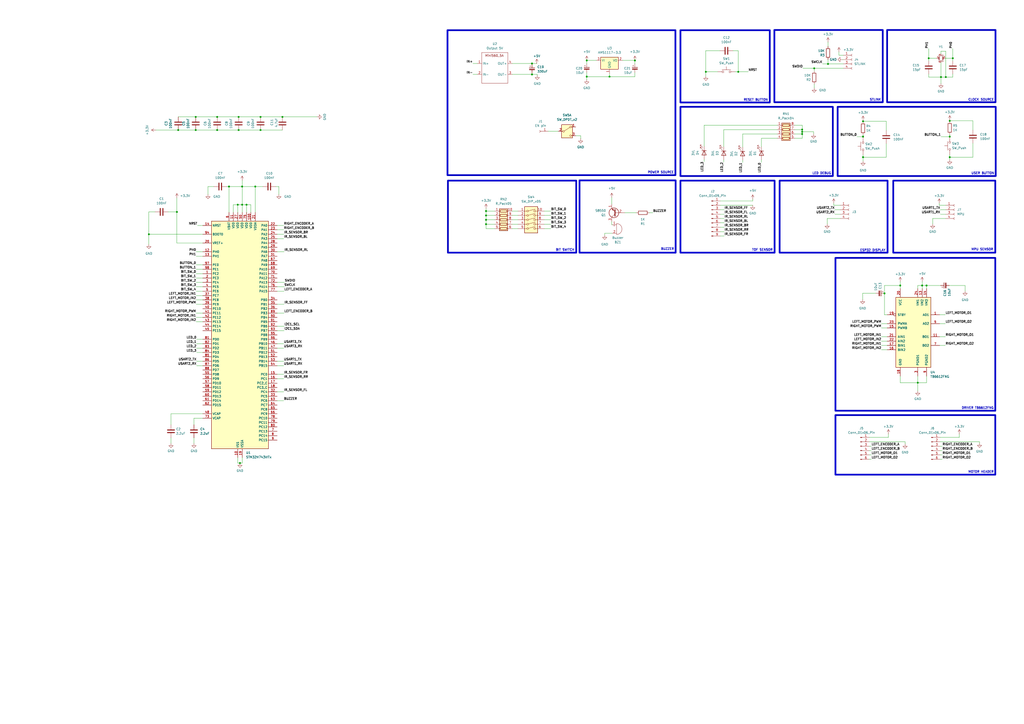
<source format=kicad_sch>
(kicad_sch (version 20231120) (generator "eeschema") (generator_version "8.0")
  (paper "A2")
  (junction (at 113.538 75.438))
  (junction (at 409.448 41.656))
  (junction (at 465.328 76.454))
  (junction (at 151.13 67.818))
  (junction (at 138.43 67.818))
  (junction (at 281.94 124.968))
  (junction (at 86.36 135.89))
  (junction (at 472.313 39.624))
  (junction (at 151.13 75.438))
  (junction (at 480.314 37.084))
  (junction (at 139.192 268.605))
  (junction (at 550.926 79.248))
  (junction (at 500.634 79.248))
  (junction (at 534.924 165.608))
  (junction (at 550.926 70.104))
  (junction (at 103.378 75.438))
  (junction (at 163.83 67.818))
  (junction (at 308.61 36.83))
  (junction (at 148.082 108.204))
  (junction (at 537.464 165.608))
  (junction (at 550.926 91.186))
  (junction (at 532.384 221.996))
  (junction (at 281.94 127.508))
  (junction (at 138.43 75.438))
  (junction (at 545.846 44.704))
  (junction (at 428.244 41.656))
  (junction (at 368.3 35.052))
  (junction (at 308.61 43.18))
  (junction (at 102.616 122.936))
  (junction (at 465.328 75.184))
  (junction (at 538.734 33.782))
  (junction (at 548.64 44.704))
  (junction (at 140.462 118.745))
  (junction (at 281.94 122.428))
  (junction (at 340.36 35.052))
  (junction (at 137.922 118.745))
  (junction (at 281.94 130.048))
  (junction (at 140.462 108.204))
  (junction (at 522.224 165.608))
  (junction (at 125.984 75.438))
  (junction (at 552.704 33.782))
  (junction (at 340.36 44.45))
  (junction (at 500.634 70.358))
  (junction (at 113.538 67.818))
  (junction (at 143.002 118.745))
  (junction (at 513.08 170.18))
  (junction (at 465.328 77.724))
  (junction (at 132.842 108.204))
  (junction (at 500.634 91.186))
  (junction (at 125.984 67.818))
  (junction (at 353.568 44.45))
  (wire (pts (xy 287.02 124.968) (xy 281.94 124.968)))
  (wire (pts (xy 160.782 201.93) (xy 164.592 201.93)))
  (wire (pts (xy 297.18 132.588) (xy 300.482 132.588)))
  (wire (pts (xy 409.321 29.464) (xy 417.576 29.464)))
  (wire (pts (xy 117.602 130.81) (xy 114.554 130.81)))
  (wire (pts (xy 132.842 108.204) (xy 132.842 123.19)))
  (wire (pts (xy 480.314 26.924) (xy 480.314 24.384)))
  (wire (pts (xy 550.926 89.662) (xy 550.926 91.186)))
  (wire (pts (xy 513.08 182.626) (xy 514.604 182.626)))
  (wire (pts (xy 428.244 29.464) (xy 428.244 41.656)))
  (wire (pts (xy 160.782 168.91) (xy 164.846 168.91)))
  (wire (pts (xy 160.782 176.53) (xy 164.846 176.53)))
  (wire (pts (xy 548.64 44.704) (xy 552.704 44.704)))
  (wire (pts (xy 500.634 78.232) (xy 500.634 79.248)))
  (wire (pts (xy 545.084 195.326) (xy 548.386 195.326)))
  (wire (pts (xy 140.462 104.648) (xy 140.462 108.204)))
  (wire (pts (xy 143.002 118.745) (xy 145.542 118.745)))
  (wire (pts (xy 114.046 199.39) (xy 117.602 199.39)))
  (wire (pts (xy 86.36 122.936) (xy 89.916 122.936)))
  (wire (pts (xy 160.782 217.17) (xy 164.592 217.17)))
  (wire (pts (xy 160.782 166.37) (xy 164.846 166.37)))
  (wire (pts (xy 281.94 124.968) (xy 281.94 122.428)))
  (wire (pts (xy 281.94 122.428) (xy 281.94 120.904)))
  (wire (pts (xy 378.714 123.444) (xy 376.682 123.444)))
  (wire (pts (xy 538.734 42.926) (xy 538.734 44.704)))
  (wire (pts (xy 145.542 123.19) (xy 145.542 118.745)))
  (wire (pts (xy 86.36 135.89) (xy 117.602 135.89)))
  (wire (pts (xy 545.338 263.906) (xy 546.608 263.906)))
  (wire (pts (xy 504.19 261.366) (xy 505.46 261.366)))
  (wire (pts (xy 99.187 240.03) (xy 99.187 246.38)))
  (wire (pts (xy 417.83 134.366) (xy 420.116 134.366)))
  (wire (pts (xy 564.388 91.186) (xy 550.926 91.186)))
  (wire (pts (xy 545.846 29.718) (xy 548.64 29.718)))
  (wire (pts (xy 522.224 221.996) (xy 532.384 221.996)))
  (wire (pts (xy 160.782 130.81) (xy 164.592 130.81)))
  (wire (pts (xy 489.204 32.004) (xy 486.664 32.004)))
  (wire (pts (xy 545.084 182.626) (xy 548.386 182.626)))
  (wire (pts (xy 538.734 28.194) (xy 538.734 33.782)))
  (wire (pts (xy 160.782 133.35) (xy 164.592 133.35)))
  (wire (pts (xy 336.804 78.74) (xy 336.804 80.518)))
  (wire (pts (xy 102.616 140.97) (xy 102.616 122.936)))
  (wire (pts (xy 504.19 263.906) (xy 505.46 263.906)))
  (wire (pts (xy 552.704 42.926) (xy 552.704 44.704)))
  (wire (pts (xy 487.426 119.126) (xy 483.616 119.126)))
  (wire (pts (xy 500.38 170.18) (xy 508 170.18)))
  (wire (pts (xy 489.204 37.084) (xy 480.314 37.084)))
  (wire (pts (xy 99.187 254) (xy 99.187 257.175)))
  (wire (pts (xy 511.302 200.406) (xy 514.604 200.406)))
  (wire (pts (xy 123.952 108.204) (xy 120.65 108.204)))
  (wire (pts (xy 113.792 166.37) (xy 117.602 166.37)))
  (wire (pts (xy 160.782 199.39) (xy 164.592 199.39)))
  (wire (pts (xy 138.43 67.818) (xy 151.13 67.818)))
  (wire (pts (xy 151.13 75.438) (xy 163.83 75.438)))
  (wire (pts (xy 504.19 258.826) (xy 505.46 258.826)))
  (wire (pts (xy 441.706 85.09) (xy 441.706 80.264)))
  (wire (pts (xy 368.3 35.052) (xy 368.3 37.084)))
  (wire (pts (xy 532.384 221.996) (xy 532.384 226.822)))
  (wire (pts (xy 441.706 80.264) (xy 450.85 80.264)))
  (wire (pts (xy 103.378 75.438) (xy 113.538 75.438)))
  (wire (pts (xy 486.664 32.004) (xy 486.664 30.099)))
  (wire (pts (xy 552.704 28.194) (xy 552.704 33.782)))
  (wire (pts (xy 417.83 129.286) (xy 420.116 129.286)))
  (wire (pts (xy 318.008 76.2) (xy 323.85 76.2)))
  (wire (pts (xy 117.602 140.97) (xy 102.616 140.97)))
  (wire (pts (xy 297.18 127.508) (xy 300.482 127.508)))
  (wire (pts (xy 297.18 43.18) (xy 308.61 43.18)))
  (wire (pts (xy 113.792 173.99) (xy 117.602 173.99)))
  (wire (pts (xy 545.338 256.286) (xy 568.198 256.286)))
  (wire (pts (xy 461.01 80.264) (xy 465.328 80.264)))
  (wire (pts (xy 113.792 171.45) (xy 117.602 171.45)))
  (wire (pts (xy 117.602 240.03) (xy 99.187 240.03)))
  (wire (pts (xy 465.328 77.724) (xy 465.328 80.264)))
  (wire (pts (xy 513.08 165.608) (xy 513.08 170.18)))
  (wire (pts (xy 461.01 72.644) (xy 465.328 72.644)))
  (wire (pts (xy 497.078 79.248) (xy 500.634 79.248)))
  (wire (pts (xy 308.61 36.83) (xy 308.61 37.338)))
  (wire (pts (xy 545.084 200.406) (xy 548.386 200.406)))
  (wire (pts (xy 160.782 189.23) (xy 164.846 189.23)))
  (wire (pts (xy 534.924 165.608) (xy 534.924 167.386)))
  (wire (pts (xy 436.626 115.57) (xy 436.626 116.586)))
  (wire (pts (xy 125.984 75.438) (xy 138.43 75.438)))
  (wire (pts (xy 426.466 41.656) (xy 428.244 41.656)))
  (wire (pts (xy 425.196 29.464) (xy 428.244 29.464)))
  (wire (pts (xy 564.388 83.058) (xy 564.388 91.186)))
  (wire (pts (xy 114.046 212.09) (xy 117.602 212.09)))
  (wire (pts (xy 537.464 165.608) (xy 545.592 165.608)))
  (wire (pts (xy 408.432 84.836) (xy 408.432 72.644)))
  (wire (pts (xy 163.83 67.818) (xy 183.896 67.818)))
  (wire (pts (xy 297.18 124.968) (xy 300.482 124.968)))
  (wire (pts (xy 319.532 130.048) (xy 315.722 130.048)))
  (wire (pts (xy 97.536 122.936) (xy 102.616 122.936)))
  (wire (pts (xy 548.64 124.206) (xy 545.465 124.206)))
  (wire (pts (xy 545.846 36.322) (xy 545.846 44.704)))
  (wire (pts (xy 409.448 41.656) (xy 416.306 41.656)))
  (wire (pts (xy 281.94 132.588) (xy 281.94 130.048)))
  (wire (pts (xy 137.922 265.43) (xy 137.922 268.605)))
  (wire (pts (xy 151.13 67.818) (xy 163.83 67.818)))
  (wire (pts (xy 114.046 209.55) (xy 117.602 209.55)))
  (wire (pts (xy 148.082 123.19) (xy 148.082 108.204)))
  (wire (pts (xy 548.64 126.746) (xy 541.02 126.746)))
  (wire (pts (xy 514.096 70.358) (xy 500.634 70.358)))
  (wire (pts (xy 137.922 118.745) (xy 137.922 123.19)))
  (wire (pts (xy 537.464 218.186) (xy 537.464 221.996)))
  (wire (pts (xy 487.426 121.666) (xy 484.251 121.666)))
  (wire (pts (xy 350.774 135.382) (xy 355.092 135.382)))
  (wire (pts (xy 465.328 75.184) (xy 465.328 76.454)))
  (wire (pts (xy 472.313 39.624) (xy 472.313 41.148)))
  (wire (pts (xy 368.3 42.164) (xy 368.3 44.45)))
  (wire (pts (xy 353.568 42.672) (xy 353.568 44.45)))
  (wire (pts (xy 541.02 126.746) (xy 541.02 129.921)))
  (wire (pts (xy 114.046 204.47) (xy 117.602 204.47)))
  (wire (pts (xy 138.43 75.438) (xy 151.13 75.438)))
  (wire (pts (xy 161.798 108.204) (xy 161.798 112.776)))
  (wire (pts (xy 479.806 126.746) (xy 479.806 129.921)))
  (wire (pts (xy 368.3 44.45) (xy 353.568 44.45)))
  (wire (pts (xy 125.984 67.818) (xy 138.43 67.818)))
  (wire (pts (xy 545.338 258.826) (xy 546.608 258.826)))
  (wire (pts (xy 511.302 197.866) (xy 514.604 197.866)))
  (wire (pts (xy 545.338 261.366) (xy 546.608 261.366)))
  (wire (pts (xy 550.926 79.248) (xy 550.926 79.502)))
  (wire (pts (xy 511.302 202.946) (xy 514.604 202.946)))
  (wire (pts (xy 160.782 227.33) (xy 164.592 227.33)))
  (wire (pts (xy 419.862 85.09) (xy 419.862 75.184)))
  (wire (pts (xy 417.83 131.826) (xy 420.116 131.826)))
  (wire (pts (xy 522.224 163.322) (xy 522.224 165.608)))
  (wire (pts (xy 340.36 35.052) (xy 345.948 35.052)))
  (wire (pts (xy 319.532 132.588) (xy 315.722 132.588)))
  (wire (pts (xy 532.384 218.186) (xy 532.384 221.996)))
  (wire (pts (xy 113.792 158.75) (xy 117.602 158.75)))
  (wire (pts (xy 409.321 29.464) (xy 409.321 41.656)))
  (wire (pts (xy 354.838 130.302) (xy 355.092 130.302)))
  (wire (pts (xy 353.568 44.45) (xy 340.36 44.45)))
  (wire (pts (xy 417.83 119.126) (xy 436.626 119.126)))
  (wire (pts (xy 113.792 181.61) (xy 117.602 181.61)))
  (wire (pts (xy 550.926 91.186) (xy 550.926 92.71)))
  (wire (pts (xy 354.838 118.364) (xy 354.838 114.554)))
  (wire (pts (xy 545.846 31.242) (xy 545.846 29.718)))
  (wire (pts (xy 441.706 92.71) (xy 441.706 94.234)))
  (wire (pts (xy 511.302 190.246) (xy 514.604 190.246)))
  (wire (pts (xy 544.83 119.126) (xy 544.83 117.856)))
  (wire (pts (xy 465.328 77.724) (xy 461.01 77.724)))
  (wire (pts (xy 140.462 265.43) (xy 140.462 268.605)))
  (wire (pts (xy 419.862 75.184) (xy 450.85 75.184)))
  (wire (pts (xy 143.002 118.745) (xy 143.002 123.19)))
  (wire (pts (xy 86.36 141.732) (xy 86.36 135.89)))
  (wire (pts (xy 86.36 135.89) (xy 86.36 122.936)))
  (wire (pts (xy 532.384 167.386) (xy 532.384 165.608)))
  (wire (pts (xy 319.532 124.968) (xy 315.722 124.968)))
  (wire (pts (xy 112.522 242.57) (xy 112.522 246.38)))
  (wire (pts (xy 430.784 85.344) (xy 430.784 77.724)))
  (wire (pts (xy 274.32 36.83) (xy 276.86 36.83)))
  (wire (pts (xy 556.514 253.746) (xy 556.514 251.714)))
  (wire (pts (xy 500.38 173.736) (xy 500.38 170.18)))
  (wire (pts (xy 417.83 136.906) (xy 420.116 136.906)))
  (wire (pts (xy 409.321 41.656) (xy 409.448 41.656)))
  (wire (pts (xy 340.36 37.084) (xy 340.36 35.052)))
  (wire (pts (xy 113.538 75.438) (xy 125.984 75.438)))
  (wire (pts (xy 465.328 75.184) (xy 461.01 75.184)))
  (wire (pts (xy 550.926 70.104) (xy 550.926 70.358)))
  (wire (pts (xy 537.464 165.608) (xy 537.464 167.386)))
  (wire (pts (xy 534.924 163.322) (xy 534.924 165.608)))
  (wire (pts (xy 340.36 44.45) (xy 340.36 46.228)))
  (wire (pts (xy 137.922 268.605) (xy 139.192 268.605)))
  (wire (pts (xy 417.83 124.206) (xy 420.116 124.206)))
  (wire (pts (xy 564.388 70.104) (xy 550.926 70.104)))
  (wire (pts (xy 522.224 165.608) (xy 522.224 167.386)))
  (wire (pts (xy 297.18 130.048) (xy 300.482 130.048)))
  (wire (pts (xy 308.61 43.18) (xy 311.658 43.18)))
  (wire (pts (xy 500.634 91.186) (xy 500.634 93.472)))
  (wire (pts (xy 369.062 123.444) (xy 362.458 123.444)))
  (wire (pts (xy 417.83 126.746) (xy 420.116 126.746)))
  (wire (pts (xy 160.782 232.41) (xy 164.592 232.41)))
  (wire (pts (xy 514.096 91.186) (xy 514.096 83.312)))
  (wire (pts (xy 120.65 108.204) (xy 120.65 112.776)))
  (wire (pts (xy 417.83 121.666) (xy 420.116 121.666)))
  (wire (pts (xy 140.462 118.745) (xy 143.002 118.745)))
  (wire (pts (xy 545.846 79.248) (xy 550.926 79.248)))
  (wire (pts (xy 545.084 187.706) (xy 548.386 187.706)))
  (wire (pts (xy 532.384 165.608) (xy 534.924 165.608)))
  (wire (pts (xy 564.388 75.438) (xy 564.388 70.104)))
  (wire (pts (xy 113.792 163.83) (xy 117.602 163.83)))
  (wire (pts (xy 480.314 37.084) (xy 480.314 34.544)))
  (wire (pts (xy 113.792 156.21) (xy 117.602 156.21)))
  (wire (pts (xy 500.634 79.248) (xy 500.634 79.756)))
  (wire (pts (xy 281.94 130.048) (xy 281.94 127.508)))
  (wire (pts (xy 465.709 39.624) (xy 472.313 39.624)))
  (wire (pts (xy 113.792 153.67) (xy 117.602 153.67)))
  (wire (pts (xy 112.522 254) (xy 112.522 257.175)))
  (wire (pts (xy 102.616 122.936) (xy 102.616 114.808)))
  (wire (pts (xy 140.462 108.204) (xy 140.462 118.745)))
  (wire (pts (xy 319.532 127.508) (xy 315.722 127.508)))
  (wire (pts (xy 538.734 33.782) (xy 538.734 35.306)))
  (wire (pts (xy 334.01 78.74) (xy 336.804 78.74)))
  (wire (pts (xy 281.94 127.508) (xy 281.94 124.968)))
  (wire (pts (xy 522.224 218.186) (xy 522.224 221.996)))
  (wire (pts (xy 552.704 33.782) (xy 552.704 35.306)))
  (wire (pts (xy 525.018 256.286) (xy 525.018 257.556)))
  (wire (pts (xy 483.616 119.126) (xy 483.616 117.856)))
  (wire (pts (xy 545.846 44.704) (xy 545.846 48.514)))
  (wire (pts (xy 511.302 187.706) (xy 514.604 187.706)))
  (wire (pts (xy 340.36 42.164) (xy 340.36 44.45)))
  (wire (pts (xy 354.838 128.524) (xy 354.838 130.302)))
  (wire (pts (xy 113.792 161.29) (xy 117.602 161.29)))
  (wire (pts (xy 489.204 34.544) (xy 488.569 34.544)))
  (wire (pts (xy 274.32 43.18) (xy 276.86 43.18)))
  (wire (pts (xy 308.61 42.418) (xy 308.61 43.18)))
  (wire (pts (xy 513.08 170.18) (xy 513.08 182.626)))
  (wire (pts (xy 545.338 266.446) (xy 546.608 266.446)))
  (wire (pts (xy 538.734 44.704) (xy 545.846 44.704)))
  (wire (pts (xy 160.782 191.77) (xy 164.846 191.77)))
  (wire (pts (xy 545.846 44.704) (xy 548.64 44.704)))
  (wire (pts (xy 160.782 163.83) (xy 165.1 163.83)))
  (wire (pts (xy 140.462 268.605) (xy 139.192 268.605)))
  (wire (pts (xy 287.02 132.588) (xy 281.94 132.588)))
  (wire (pts (xy 160.782 146.05) (xy 164.846 146.05)))
  (wire (pts (xy 548.64 121.666) (xy 545.465 121.666)))
  (wire (pts (xy 160.782 219.71) (xy 164.592 219.71)))
  (wire (pts (xy 90.424 75.438) (xy 103.378 75.438)))
  (wire (pts (xy 465.328 76.454) (xy 465.328 77.724)))
  (wire (pts (xy 465.328 76.454) (xy 471.932 76.454)))
  (wire (pts (xy 500.634 69.85) (xy 500.634 70.358)))
  (wire (pts (xy 568.198 256.286) (xy 568.198 257.048)))
  (wire (pts (xy 559.816 165.608) (xy 550.672 165.608)))
  (wire (pts (xy 160.782 212.09) (xy 164.592 212.09)))
  (wire (pts (xy 140.462 108.204) (xy 148.082 108.204)))
  (wire (pts (xy 350.774 136.398) (xy 350.774 135.382)))
  (wire (pts (xy 160.782 138.43) (xy 164.592 138.43)))
  (wire (pts (xy 500.634 91.186) (xy 514.096 91.186)))
  (wire (pts (xy 160.782 181.61) (xy 164.846 181.61)))
  (wire (pts (xy 113.538 67.818) (xy 125.984 67.818)))
  (wire (pts (xy 113.792 146.05) (xy 117.602 146.05)))
  (wire (pts (xy 287.02 127.508) (xy 281.94 127.508)))
  (wire (pts (xy 103.378 67.818) (xy 113.538 67.818)))
  (wire (pts (xy 504.19 253.746) (xy 515.366 253.746)))
  (wire (pts (xy 513.08 165.608) (xy 522.224 165.608)))
  (wire (pts (xy 548.64 119.126) (xy 544.83 119.126)))
  (wire (pts (xy 428.244 41.656) (xy 434.086 41.656)))
  (wire (pts (xy 117.602 242.57) (xy 112.522 242.57)))
  (wire (pts (xy 487.426 126.746) (xy 479.806 126.746)))
  (wire (pts (xy 511.302 195.326) (xy 514.604 195.326)))
  (wire (pts (xy 137.922 118.745) (xy 140.462 118.745)))
  (wire (pts (xy 113.792 168.91) (xy 117.602 168.91)))
  (wire (pts (xy 148.082 108.204) (xy 152.4 108.204)))
  (wire (pts (xy 114.046 196.85) (xy 117.602 196.85)))
  (wire (pts (xy 297.18 36.83) (xy 308.61 36.83)))
  (wire (pts (xy 504.19 266.446) (xy 505.46 266.446)))
  (wire (pts (xy 308.61 36.83) (xy 311.404 36.83)))
  (wire (pts (xy 132.842 108.204) (xy 131.572 108.204)))
  (wire (pts (xy 311.658 43.18) (xy 311.658 43.688)))
  (wire (pts (xy 550.926 69.596) (xy 550.926 70.104)))
  (wire (pts (xy 465.328 72.644) (xy 465.328 75.184)))
  (wire (pts (xy 436.626 116.586) (xy 417.83 116.586)))
  (wire (pts (xy 160.782 135.89) (xy 164.592 135.89)))
  (wire (pts (xy 430.784 92.964) (xy 430.784 94.234)))
  (wire (pts (xy 113.792 186.69) (xy 117.602 186.69)))
  (wire (pts (xy 361.188 35.052) (xy 368.3 35.052)))
  (wire (pts (xy 472.313 48.768) (xy 472.313 51.054)))
  (wire (pts (xy 287.02 130.048) (xy 281.94 130.048)))
  (wire (pts (xy 504.19 256.286) (xy 525.018 256.286)))
  (wire (pts (xy 160.782 209.55) (xy 164.592 209.55)))
  (wire (pts (xy 287.02 122.428) (xy 281.94 122.428)))
  (wire (pts (xy 548.386 33.782) (xy 552.704 33.782)))
  (wire (pts (xy 408.432 72.644) (xy 450.85 72.644)))
  (wire (pts (xy 559.816 168.91) (xy 559.816 165.608)))
  (wire (pts (xy 113.792 184.15) (xy 117.602 184.15)))
  (wire (pts (xy 500.634 89.916) (xy 500.634 91.186)))
  (wire (pts (xy 472.313 39.624) (xy 489.204 39.624)))
  (wire (pts (xy 160.02 108.204) (xy 161.798 108.204)))
  (wire (pts (xy 114.046 201.93) (xy 117.602 201.93)))
  (wire (pts (xy 514.096 75.692) (xy 514.096 70.358)))
  (wire (pts (xy 534.924 165.608) (xy 537.464 165.608)))
  (wire (pts (xy 113.792 176.53) (xy 117.602 176.53)))
  (wire (pts (xy 500.634 70.358) (xy 500.634 70.612)))
  (wire (pts (xy 135.382 123.19) (xy 135.382 118.745)))
  (wire (pts (xy 419.862 92.71) (xy 419.862 93.98)))
  (wire (pts (xy 297.18 122.428) (xy 300.482 122.428)))
  (wire (pts (xy 471.932 76.454) (xy 471.932 77.724)))
  (wire (pts (xy 545.338 253.746) (xy 556.514 253.746)))
  (wire (pts (xy 113.792 148.59) (xy 117.602 148.59)))
  (wire (pts (xy 548.64 29.718) (xy 548.64 44.704)))
  (wire (pts (xy 487.426 124.206) (xy 484.251 124.206)))
  (wire (pts (xy 319.532 122.428) (xy 315.722 122.428)))
  (wire (pts (xy 140.462 118.745) (xy 140.462 123.19)))
  (wire (pts (xy 140.462 108.204) (xy 132.842 108.204)))
  (wire (pts (xy 408.432 92.456) (xy 408.432 93.726)))
  (wire (pts (xy 430.784 77.724) (xy 450.85 77.724)))
  (wire (pts (xy 135.382 118.745) (xy 137.922 118.745)))
  (wire (pts (xy 515.366 253.746) (xy 515.366 251.714)))
  (wire (pts (xy 480.314 37.084) (xy 477.139 37.084)))
  (wire (pts (xy 550.926 77.978) (xy 550.926 79.248)))
  (wire (pts (xy 532.384 221.996) (xy 537.464 221.996)))
  (wire (pts (xy 538.734 33.782) (xy 543.306 33.782)))
  (wire (pts (xy 409.448 41.656) (xy 409.448 44.196)))
  (rectangle (start 452.247 104.775) (end 514.858 146.558) (stroke (width 1)))
  (rectangle (start 259.588 17.526) (end 391.795 101.6) (stroke (width 1)))
  (rectangle (start 336.169 104.648) (end 391.922 146.558) (stroke (width 1)))
  (rectangle (start 449.199 17.399) (end 512.064 59.309) (stroke (width 1)))
  (rectangle (start 259.842 104.775) (end 334.264 146.558) (stroke (width 1)))
  (rectangle (start 514.604 17.399) (end 577.469 59.309) (stroke (width 1)))
  (rectangle (start 394.716 104.775) (end 449.326 146.558) (stroke (width 1)))
  (rectangle (start 394.716 61.976) (end 483.108 102.108) (stroke (width 1)))
  (rectangle (start 484.632 240.792) (end 577.342 275.336) (stroke (width 1)))
  (rectangle (start 518.16 104.775) (end 577.342 146.558) (stroke (width 1)))
  (rectangle (start 485.902 61.976) (end 577.596 102.108) (stroke (width 1)))
  (rectangle (start 394.716 17.526) (end 446.532 59.436) (stroke (width 1)))
  (rectangle (start 484.632 149.606) (end 577.342 238.252) (stroke (width 1)))
  (text "DRIVER TB6612FNG" (at 557.784 237.49 0) (effects (font (size 1.27 1.27) (bold yes)) (justify left bottom)))
  (text "ESP32 DISPLAY\n" (at 498.856 146.05 0) (effects (font (size 1.27 1.27) (bold yes)) (justify left bottom)))
  (text "BIT SWITCH" (at 322.326 145.796 0) (effects (font (size 1.27 1.27) (bold yes)) (justify left bottom)))
  (text "BUZZER\n" (at 383.286 145.288 0) (effects (font (size 1.27 1.27) (bold yes)) (justify left bottom)))
  (text "RESET BUTTON\n" (at 431.292 58.801 0) (effects (font (size 1.27 1.27) (bold yes)) (justify left bottom)))
  (text "MPU SENSOR\n" (at 563.372 145.542 0) (effects (font (size 1.27 1.27) (bold yes)) (justify left bottom)))
  (text "POWER SOURCE" (at 375.666 100.838 0) (effects (font (size 1.27 1.27) (bold yes)) (justify left bottom)))
  (text "MOTOR HEADER" (at 561.594 274.574 0) (effects (font (size 1.27 1.27) (bold yes)) (justify left bottom)))
  (text "STLINK\n" (at 504.444 58.674 0) (effects (font (size 1.27 1.27) (bold yes)) (justify left bottom)))
  (text "TOF SENSOR" (at 436.118 145.796 0) (effects (font (size 1.27 1.27) (bold yes)) (justify left bottom)))
  (text "LED DEBUG\n" (at 471.17 101.346 0) (effects (font (size 1.27 1.27) (bold yes)) (justify left bottom)))
  (text "CLOCK SOURCE\n" (at 561.594 58.674 0) (effects (font (size 1.27 1.27) (bold yes)) (justify left bottom)))
  (text "USER BUTTON\n" (at 563.372 101.346 0) (effects (font (size 1.27 1.27) (bold yes)) (justify left bottom)))
  (label "RIGHT_ENCODER_A" (at 164.592 130.81 0) (effects (font (thickness 0.254) (bold yes))))
  (label "IN+" (at 274.32 36.83 180) (effects (font (bold yes))))
  (label "IR_SENSOR_BR" (at 420.116 131.826 0) (effects (font (bold yes))))
  (label "LEFT_MOTOR_PWM" (at 511.302 187.706 180) (effects (font (bold yes))))
  (label "IR_SENSOR_BR" (at 164.592 135.89 0) (effects (font (bold yes))))
  (label "IR_SENSOR_FR" (at 164.592 217.17 0) (effects (font (bold yes))))
  (label "USART2_RX" (at 114.046 212.09 180) (effects (font (bold yes))))
  (label "BIT_SW_3" (at 113.792 166.37 180) (effects (font (bold yes))))
  (label "RIGHT_MOTOR_O1" (at 548.386 195.326 0) (effects (font (bold yes))))
  (label "USART2_RX" (at 484.251 124.206 180) (effects (font (bold yes))))
  (label "SWDIO" (at 465.709 39.624 180) (effects (font (bold yes))))
  (label "I2C1_SCL" (at 164.846 189.23 0) (effects (font (bold yes))))
  (label "LEFT_MOTOR_O1" (at 548.386 182.626 0) (effects (font (bold yes))))
  (label "LEFT_MOTOR_IN1" (at 113.792 171.45 180) (effects (font (bold yes))))
  (label "LEFT_MOTOR_O2" (at 505.46 266.446 0) (effects (font (bold yes))))
  (label "LEFT_MOTOR_O2" (at 548.386 187.706 0) (effects (font (bold yes))))
  (label "IR_SENSOR_FL" (at 164.592 227.33 0) (effects (font (bold yes))))
  (label "USART2_TX" (at 114.046 209.55 180) (effects (font (bold yes))))
  (label "LEFT_ENCODER_A" (at 505.46 258.826 0) (effects (font (bold yes))))
  (label "IR_SENSOR_FF" (at 164.846 176.53 0) (effects (font (bold yes))))
  (label "IR_SENSOR_RL" (at 420.116 126.746 0) (effects (font (bold yes))))
  (label "PH1" (at 538.734 28.194 90) (effects (font (bold yes))))
  (label "IR_SENSOR_FF" (at 420.116 121.666 0) (effects (font (bold yes))))
  (label "RIGHT_ENCODER_A" (at 546.608 258.826 0) (effects (font (bold yes))))
  (label "I2C1_SDA" (at 164.846 191.77 0) (effects (font (bold yes))))
  (label "SWDIO" (at 165.1 163.83 0) (effects (font (bold yes))))
  (label "BUTTON_1" (at 545.846 79.248 180) (effects (font (bold yes))))
  (label "NRST" (at 114.554 130.81 180) (effects (font (bold yes))))
  (label "RIGHT_MOTOR_O1" (at 546.608 263.906 0) (effects (font (bold yes))))
  (label "LEFT_MOTOR_O1" (at 505.46 263.906 0) (effects (font (bold yes))))
  (label "BIT_SW_1" (at 319.532 124.968 0) (effects (font (thickness 0.254) (bold yes))))
  (label "PH0" (at 113.792 146.05 180) (effects (font (thickness 0.254) (bold yes))))
  (label "RIGHT_ENCODER_B" (at 164.592 133.35 0) (effects (font (bold yes))))
  (label "LED_0" (at 114.046 196.85 180) (effects (font (bold yes))))
  (label "BIT_SW_2" (at 113.792 163.83 180) (effects (font (thickness 0.254) (bold yes))))
  (label "RIGHT_MOTOR_PWM" (at 511.302 190.246 180) (effects (font (bold yes))))
  (label "PH0" (at 552.704 28.194 90) (effects (font (bold yes))))
  (label "LEFT_MOTOR_IN2" (at 511.302 197.866 180) (effects (font (bold yes))))
  (label "LEFT_MOTOR_IN2" (at 113.792 173.99 180) (effects (font (bold yes))))
  (label "RIGHT_MOTOR_O2" (at 546.608 266.446 0) (effects (font (bold yes))))
  (label "LEFT_ENCODER_A" (at 164.846 168.91 0) (effects (font (bold yes))))
  (label "LEFT_ENCODER_B" (at 505.46 261.366 0) (effects (font (bold yes))))
  (label "RIGHT_MOTOR_O2" (at 548.386 200.406 0) (effects (font (bold yes))))
  (label "RIGHT_MOTOR_IN1" (at 511.302 200.406 180) (effects (font (bold yes))))
  (label "BUTTON_0" (at 113.792 153.67 180) (effects (font (bold yes))))
  (label "LED_3" (at 408.432 93.726 270) (effects (font (bold yes))))
  (label "SWCLK" (at 164.846 166.37 0) (effects (font (bold yes))))
  (label "IR_SENSOR_BL" (at 420.116 129.286 0) (effects (font (bold yes))))
  (label "BUTTON_1" (at 113.792 156.21 180) (effects (font (bold yes))))
  (label "BIT_SW_4" (at 319.532 132.588 0) (effects (font (bold yes))))
  (label "LEFT_MOTOR_PWM" (at 113.792 176.53 180) (effects (font (bold yes))))
  (label "RIGHT_ENCODER_B" (at 546.608 261.366 0) (effects (font (bold yes))))
  (label "IR_SENSOR_RL" (at 164.846 146.05 0) (effects (font (bold yes))))
  (label "LED_1" (at 430.784 94.234 270) (effects (font (bold yes))))
  (label "NRST" (at 434.086 41.656 0) (effects (font (bold yes))))
  (label "RIGHT_MOTOR_PWM" (at 113.792 181.61 180) (effects (font (bold yes))))
  (label "BUZZER" (at 378.714 123.444 0) (effects (font (bold yes))))
  (label "BIT_SW_2" (at 319.532 127.508 0) (effects (font (thickness 0.254) (bold yes))))
  (label "USART1_TX" (at 164.592 209.55 0) (effects (font (bold yes))))
  (label "USART2_TX" (at 484.251 121.666 180) (effects (font (bold yes))))
  (label "BIT_SW_4" (at 113.792 168.91 180) (effects (font (bold yes))))
  (label "IR_SENSOR_BL" (at 164.592 138.43 0) (effects (font (bold yes))))
  (label "RIGHT_MOTOR_IN2" (at 113.792 186.69 180) (effects (font (bold yes))))
  (label "BUZZER" (at 164.592 232.41 0) (effects (font (bold yes))))
  (label "BUTTON_0" (at 497.078 79.248 180) (effects (font (bold yes))))
  (label "RIGHT_MOTOR_IN1" (at 113.792 184.15 180) (effects (font (bold yes))))
  (label "PH1" (at 113.792 148.59 180) (effects (font (thickness 0.254) (bold yes))))
  (label "IR_SENSOR_RR" (at 420.116 134.366 0) (effects (font (bold yes))))
  (label "IR_SENSOR_FL" (at 420.116 124.206 0) (effects (font (bold yes))))
  (label "BIT_SW_0" (at 319.532 122.428 0) (effects (font (thickness 0.254) (bold yes))))
  (label "IN-" (at 274.32 43.18 180) (effects (font (bold yes))))
  (label "IR_SENSOR_RR" (at 164.592 219.71 0) (effects (font (bold yes))))
  (label "LED_0" (at 441.706 94.234 270) (effects (font (bold yes))))
  (label "IR_SENSOR_FR" (at 420.116 136.906 0) (effects (font (bold yes))))
  (label "USART3_RX" (at 164.592 201.93 0) (effects (font (bold yes))))
  (label "LED_2" (at 419.862 93.98 270) (effects (font (bold yes))))
  (label "SWCLK" (at 477.139 37.084 180) (effects (font (bold yes))))
  (label "USART1_TX" (at 545.465 121.666 180) (effects (font (bold yes))))
  (label "LEFT_MOTOR_IN1" (at 511.302 195.326 180) (effects (font (bold yes))))
  (label "BIT_SW_1" (at 113.792 161.29 180) (effects (font (thickness 0.254) (bold yes))))
  (label "BIT_SW_3" (at 319.532 130.048 0) (effects (font (bold yes))))
  (label "BIT_SW_0" (at 113.792 158.75 180) (effects (font (thickness 0.254) (bold yes))))
  (label "LEFT_ENCODER_B" (at 164.846 181.61 0) (effects (font (bold yes))))
  (label "USART1_RX" (at 164.592 212.09 0) (effects (font (bold yes))))
  (label "USART1_RX" (at 545.465 124.206 180) (effects (font (bold yes))))
  (label "RIGHT_MOTOR_IN2" (at 511.302 202.946 180) (effects (font (bold yes))))
  (label "LED_1" (at 114.046 199.39 180) (effects (font (bold yes))))
  (label "LED_3" (at 114.046 204.47 180) (effects (font (bold yes))))
  (label "LED_2" (at 114.046 201.93 180) (effects (font (bold yes))))
  (label "USART3_TX" (at 164.592 199.39 0) (effects (font (bold yes))))
  (symbol (lib_id "power:GND") (at 550.926 92.71 0) (unit 1)
    (property "Reference" "#PWR039" (effects (hide yes)))
    (property "Value" "GND" (at 550.926 97.282 0))
  )
  (symbol (lib_id "power:GND") (at 500.38 173.736 0) (unit 1)
    (property "Reference" "#PWR027" (effects (hide yes)))
    (property "Value" "GND" (at 500.38 178.816 0))
  )
  (symbol (lib_id "power:GND") (at 86.36 141.732 0) (unit 1)
    (property "Reference" "#PWR01" (effects (hide yes)))
    (property "Value" "GND" (at 86.36 147.066 0))
  )
  (symbol (lib_id "Device:C") (at 99.187 250.19 180) (unit 1)
    (property "Reference" "C2" (at 102.108 248.9199 0) (effects (justify right)))
    (property "Value" "2.2uF" (at 102.108 251.4599 0) (effects (justify right)))
    (property "Footprint" "Capacitor_Tantalum_SMD:CP_EIA-3216-10_Kemet-I" (effects (hide yes)))
  )
  (symbol (lib_id "Device:C") (at 151.13 71.628 180) (unit 1)
    (property "Reference" "C9" (at 144.145 71.628 90))
    (property "Value" "100nF" (at 146.685 71.628 90))
    (property "Footprint" "Capacitor_SMD:C_0603_1608Metric" (effects (hide yes)))
  )
  (symbol (lib_id "power:GND") (at 488.569 34.544 270) (unit 1)
    (property "Reference" "#PWR026" (effects (hide yes)))
    (property "Value" "GND" (at 485.394 34.544 90) (effects (justify right)))
  )
  (symbol (lib_id "power:+5V") (at 354.838 114.554 0) (unit 1)
    (property "Reference" "#PWR014" (effects (hide yes)))
    (property "Value" "+5V" (at 354.838 109.22 0))
  )
  (symbol (lib_id "Device:C") (at 552.704 39.116 180) (unit 1)
    (property "Reference" "C17" (at 556.514 37.8459 0) (effects (justify right)))
    (property "Value" "15pF" (at 556.514 40.3859 0) (effects (justify right)))
    (property "Footprint" "Capacitor_SMD:C_0603_1608Metric" (effects (hide yes)))
  )
  (symbol (lib_id "power:+5V") (at 483.616 117.856 0) (unit 1)
    (property "Reference" "#PWR024" (effects (hide yes)))
    (property "Value" "+3.3V" (at 483.616 113.284 0))
  )
  (symbol (lib_name "+3.3V_2") (lib_id "power:+3.3V") (at 556.514 251.714 0) (unit 1)
    (property "Reference" "#PWR040" (effects (hide yes)))
    (property "Value" "+3.3V" (at 556.514 247.396 0))
    (property "Description" "Power symbol creates a global label with name \"+3.3V\"" (effects (hide yes)))
  )
  (symbol (lib_name "GND_5") (lib_id "power:GND") (at 525.018 257.556 0) (unit 1)
    (property "Reference" "#PWR032" (effects (hide yes)))
    (property "Value" "GND" (at 525.018 262.382 0))
    (property "Description" "Power symbol creates a global label with name \"GND\" , ground" (effects (hide yes)))
  )
  (symbol (lib_id "Device:Buzzer") (at 357.632 132.842 0) (unit 1)
    (property "Reference" "BZ1" (at 358.3871 140.462 0))
    (property "Value" "Buzzer" (at 358.3871 137.922 0))
    (property "Footprint" "Buzzer_Beeper:MagneticBuzzer_CUI_CMT-8504-100-SMT" (effects (hide yes)))
  )
  (symbol (lib_id "power:GND") (at 183.896 67.818 90) (unit 1)
    (property "Reference" "#PWR010" (effects (hide yes)))
    (property "Value" "GND" (at 188.341 67.818 0))
  )
  (symbol (lib_id "power:GND") (at 99.187 257.175 0) (unit 1)
    (property "Reference" "#PWR03" (effects (hide yes)))
    (property "Value" "GND" (at 99.187 261.62 0))
  )
  (symbol (lib_id "Device:C_Polarized_Small") (at 368.3 39.624 0) (unit 1)
    (property "Reference" "C21" (at 361.95 39.624 0) (effects (justify left)))
    (property "Value" "10uF" (at 361.95 42.164 0) (effects (justify left)))
    (property "Footprint" "Capacitor_Tantalum_SMD:CP_EIA-3216-10_Kemet-I" (effects (hide yes)))
  )
  (symbol (lib_id "power:+3.3V") (at 140.462 104.648 0) (unit 1)
    (property "Reference" "#PWR08" (effects (hide yes)))
    (property "Value" "+3.3V" (at 140.462 99.568 0))
  )
  (symbol (lib_id "power:GND") (at 545.846 48.514 0) (unit 1)
    (property "Reference" "#PWR037" (effects (hide yes)))
    (property "Value" "GND" (at 545.846 52.959 0))
  )
  (symbol (lib_id "power:+3.3V") (at 90.424 75.438 90) (unit 1)
    (property "Reference" "#PWR02" (effects (hide yes)))
    (property "Value" "+3.3V" (at 85.344 75.438 0))
  )
  (symbol (lib_name "+3.3V_2") (lib_id "power:+3.3V") (at 515.366 251.714 0) (unit 1)
    (property "Reference" "#PWR030" (effects (hide yes)))
    (property "Value" "+3.3V" (at 515.366 247.396 0))
    (property "Description" "Power symbol creates a global label with name \"+3.3V\"" (effects (hide yes)))
  )
  (symbol (lib_id "Device:C") (at 138.43 71.628 180) (unit 1)
    (property "Reference" "C8" (at 131.445 71.628 90))
    (property "Value" "100nF" (at 133.985 71.628 90))
    (property "Footprint" "Capacitor_SMD:C_0603_1608Metric" (effects (hide yes)))
  )
  (symbol (lib_id "Connector:Conn_01x01_Socket") (at 312.928 76.2 180) (unit 1)
    (property "Reference" "J1" (at 313.563 70.358 0))
    (property "Value" "EN pin" (at 313.563 72.898 0))
    (property "Footprint" "Connector_PinHeader_2.54mm:PinHeader_1x01_P2.54mm_Vertical" (effects (hide yes)))
    (property "Description" "Generic connector, single row, 01x01, script generated" (effects (hide yes)))
  )
  (symbol (lib_id "power:+5V") (at 544.83 117.856 0) (unit 1)
    (property "Reference" "#PWR036" (effects (hide yes)))
    (property "Value" "+3.3V" (at 544.83 113.538 0))
  )
  (symbol (lib_id "Device:R") (at 550.926 74.168 180) (unit 1)
    (property "Reference" "R5" (at 552.704 72.898 0) (effects (justify right)))
    (property "Value" "1K" (at 552.704 75.438 0) (effects (justify right)))
    (property "Footprint" "Resistor_SMD:R_0603_1608Metric" (effects (hide yes)))
  )
  (symbol (lib_id "power:+5V") (at 486.664 30.099 0) (unit 1)
    (property "Reference" "#PWR025" (effects (hide yes)))
    (property "Value" "+3.3V" (at 489.204 28.8289 0) (effects (justify left)))
  )
  (symbol (lib_id "Driver_Motor:TB6612FNG") (at 529.844 192.786 0) (unit 1)
    (property "Reference" "U4" (at 539.6581 215.9 0) (effects (justify left)))
    (property "Value" "TB6612FNG" (at 539.6581 218.44 0) (effects (justify left)))
    (property "Footprint" "Package_SO:SSOP-24_5.3x8.2mm_P0.65mm" (effects (hide yes)))
    (property "Datasheet" "https://toshiba.semicon-storage.com/us/product/linear/motordriver/detail.TB6612FNG.html" (effects (hide yes)))
    (property "Description" "Driver IC for Dual DC motor, SSOP-24" (effects (hide yes)))
  )
  (symbol (lib_id "power:GND") (at 112.522 257.175 0) (unit 1)
    (property "Reference" "#PWR05" (effects (hide yes)))
    (property "Value" "GND" (at 112.522 261.62 0))
  )
  (symbol (lib_id "power:GND") (at 559.816 168.91 0) (unit 1)
    (property "Reference" "#PWR041" (effects (hide yes)))
    (property "Value" "GND" (at 559.816 173.99 0))
  )
  (symbol (lib_id "power:GND") (at 472.313 51.054 0) (unit 1)
    (property "Reference" "#PWR021" (effects (hide yes)))
    (property "Value" "GND" (at 475.107 52.3239 0) (effects (justify left)))
  )
  (symbol (lib_id "Device:R") (at 480.314 30.734 180) (unit 1)
    (property "Reference" "R3" (at 478.409 32.004 0) (effects (justify left)))
    (property "Value" "10K" (at 478.409 29.464 0) (effects (justify left)))
    (property "Footprint" "Resistor_SMD:R_0603_1608Metric" (effects (hide yes)))
  )
  (symbol (lib_id "Device:LED") (at 408.432 88.646 270) (unit 1)
    (property "Reference" "D4" (at 404.622 88.646 0))
    (property "Value" "3VL" (at 402.082 88.646 0))
    (property "Footprint" "LED_SMD:LED_0603_1608Metric" (effects (hide yes)))
  )
  (symbol (lib_id "Device:C") (at 93.726 122.936 90) (unit 1)
    (property "Reference" "C1" (at 93.726 115.316 90))
    (property "Value" "100nF" (at 93.726 117.856 90))
    (property "Footprint" "Capacitor_SMD:C_0603_1608Metric" (effects (hide yes)))
  )
  (symbol (lib_id "Device:C") (at 113.538 71.628 180) (unit 1)
    (property "Reference" "C5" (at 106.553 71.628 90))
    (property "Value" "100nF" (at 109.093 71.628 90))
    (property "Footprint" "Capacitor_SMD:C_0603_1608Metric" (effects (hide yes)))
  )
  (symbol (lib_id "Switch:SW_Push") (at 500.634 84.836 90) (unit 1)
    (property "Reference" "SW2" (at 501.904 83.566 90) (effects (justify right)))
    (property "Value" "SW_Push" (at 501.904 86.106 90) (effects (justify right)))
    (property "Footprint" "Button_Switch_SMD:SW_Tactile_SPST_NO_Straight_CK_PTS636Sx25SMTRLFS" (effects (hide yes)))
  )
  (symbol (lib_id "power:GND") (at 120.65 112.776 0) (unit 1)
    (property "Reference" "#PWR06" (effects (hide yes)))
    (property "Value" "GND" (at 123.698 114.0459 0) (effects (justify left)))
  )
  (symbol (lib_id "power:GND") (at 532.384 226.822 0) (unit 1)
    (property "Reference" "#PWR033" (effects (hide yes)))
    (property "Value" "GND" (at 532.384 231.394 0))
  )
  (symbol (lib_id "Connector:Conn_01x04_Socket") (at 494.284 34.544 0) (unit 1)
    (property "Reference" "J4" (at 495.554 34.5439 0) (effects (justify left)))
    (property "Value" "STLINK" (at 495.554 37.0839 0) (effects (justify left)))
    (property "Footprint" "Connector_JST:JST_SH_BM04B-SRSS-TB_1x04-1MP_P1.00mm_Vertical" (effects (hide yes)))
  )
  (symbol (lib_id "power:GND") (at 479.806 129.921 0) (unit 1)
    (property "Reference" "#PWR022" (effects (hide yes)))
    (property "Value" "GND" (at 479.806 134.366 0))
  )
  (symbol (lib_id "Switch:SW_DPDT_x2") (at 328.93 76.2 0) (unit 1)
    (property "Reference" "SW5" (at 328.93 66.802 0))
    (property "Value" "SW_DPDT_x2" (at 328.93 69.342 0))
    (property "Footprint" "Button_Switch_SMD:SW_SPDT_PCM12" (effects (hide yes)))
    (property "Description" "Switch, dual pole double throw, separate symbols" (effects (hide yes)))
  )
  (symbol (lib_id "Device:LED") (at 441.706 88.9 270) (unit 1)
    (property "Reference" "D1" (at 437.896 88.9 0))
    (property "Value" "3VL" (at 435.356 88.9 0))
    (property "Footprint" "LED_SMD:LED_0603_1608Metric" (effects (hide yes)))
  )
  (symbol (lib_id "power:+5V") (at 522.224 163.322 0) (unit 1)
    (property "Reference" "#PWR031" (effects (hide yes)))
    (property "Value" "+3.3V" (at 522.224 159.004 0))
  )
  (symbol (lib_id "Device:C_Polarized_Small") (at 308.61 39.878 0) (unit 1)
    (property "Reference" "C19" (at 311.658 38.862 0) (effects (justify left)))
    (property "Value" "330uF" (at 311.658 41.402 0) (effects (justify left)))
    (property "Footprint" "Capacitor_Tantalum_SMD:CP_EIA-7343-20_Kemet-V" (effects (hide yes)))
  )
  (symbol (lib_id "power:GND") (at 541.02 129.921 0) (unit 1)
    (property "Reference" "#PWR035" (effects (hide yes)))
    (property "Value" "GND" (at 541.02 134.366 0))
  )
  (symbol (lib_id "power:GND") (at 139.192 268.605 0) (unit 1)
    (property "Reference" "#PWR07" (effects (hide yes)))
    (property "Value" "GND" (at 139.192 273.05 0))
  )
  (symbol (lib_id "power:+3.3V") (at 500.634 69.85 0) (unit 1)
    (property "Reference" "#PWR028" (effects (hide yes)))
    (property "Value" "+3.3V" (at 500.634 65.278 0))
  )
  (symbol (lib_name "+5V_1") (lib_id "power:+5V") (at 436.626 115.57 0) (unit 1)
    (property "Reference" "#PWR018" (effects (hide yes)))
    (property "Value" "+5V" (at 436.626 110.49 0))
    (property "Description" "Power symbol creates a global label with name \"+5V\"" (effects (hide yes)))
  )
  (symbol (lib_id "Connector:Conn_01x06_Pin") (at 540.258 258.826 0) (unit 1)
    (property "Reference" "J6" (at 540.893 248.412 0))
    (property "Value" "Conn_01x06_Pin" (at 540.893 250.952 0))
    (property "Footprint" "Connector_JST:JST_SH_BM06B-SRSS-TB_1x06-1MP_P1.00mm_Vertical" (effects (hide yes)))
    (property "Description" "Generic connector, single row, 01x06, script generated" (effects (hide yes)))
  )
  (symbol (lib_id "Device:C") (at 156.21 108.204 90) (unit 1)
    (property "Reference" "C10" (at 156.21 100.584 90))
    (property "Value" "100nF" (at 156.21 103.124 90))
    (property "Footprint" "Capacitor_SMD:C_0603_1608Metric" (effects (hide yes)))
  )
  (symbol (lib_id "Device:R") (at 500.634 74.422 180) (unit 1)
    (property "Reference" "R4" (at 502.412 73.152 0) (effects (justify right)))
    (property "Value" "1K" (at 502.412 75.692 0) (effects (justify right)))
    (property "Footprint" "Resistor_SMD:R_0603_1608Metric" (effects (hide yes)))
  )
  (symbol (lib_id "Connector:Conn_01x06_Pin") (at 499.11 258.826 0) (unit 1)
    (property "Reference" "J5" (at 499.745 248.412 0))
    (property "Value" "Conn_01x06_Pin" (at 499.745 250.952 0))
    (property "Footprint" "Connector_JST:JST_SH_BM06B-SRSS-TB_1x06-1MP_P1.00mm_Vertical" (effects (hide yes)))
    (property "Description" "Generic connector, single row, 01x06, script generated" (effects (hide yes)))
  )
  (symbol (lib_id "power:+3.3V") (at 102.616 114.808 0) (unit 1)
    (property "Reference" "#PWR04" (effects (hide yes)))
    (property "Value" "+3.3V" (at 104.394 113.538 0) (effects (justify left)))
  )
  (symbol (lib_id "power:+3.3V") (at 281.94 120.904 0) (unit 1)
    (property "Reference" "#PWR046" (effects (hide yes)))
    (property "Value" "+3.3V" (at 281.94 116.332 0))
  )
  (symbol (lib_id "Device:R") (at 472.313 44.958 180) (unit 1)
    (property "Reference" "R2" (at 470.408 46.228 0) (effects (justify left)))
    (property "Value" "10K" (at 470.408 43.688 0) (effects (justify left)))
    (property "Footprint" "Resistor_SMD:R_0603_1608Metric" (effects (hide yes)))
  )
  (symbol (lib_id "power:GND") (at 409.448 44.196 0) (unit 1)
    (property "Reference" "#PWR017" (effects (hide yes)))
    (property "Value" "GND" (at 409.448 49.022 0))
  )
  (symbol (lib_id "power:GND") (at 500.634 93.472 0) (unit 1)
    (property "Reference" "#PWR029" (effects (hide yes)))
    (property "Value" "GND" (at 500.634 98.806 0))
  )
  (symbol (lib_id "Device:R") (at 372.872 123.444 270) (unit 1)
    (property "Reference" "R1" (at 372.872 129.794 90))
    (property "Value" "1K" (at 372.872 127.254 90))
    (property "Footprint" "Resistor_SMD:R_0603_1608Metric" (effects (hide yes)))
  )
  (symbol (lib_id "Device:C") (at 514.096 79.502 180) (unit 1)
    (property "Reference" "C14" (at 518.16 78.232 0) (effects (justify right)))
    (property "Value" "100nF" (at 518.16 80.772 0) (effects (justify right)))
    (property "Footprint" "Capacitor_SMD:C_0603_1608Metric" (effects (hide yes)))
  )
  (symbol (lib_id "Connector:Conn_01x09_Pin") (at 412.75 126.746 0) (unit 1)
    (property "Reference" "J2" (at 413.385 110.998 0))
    (property "Value" "Conn_01x09_Pin" (at 413.385 113.538 0))
    (property "Footprint" "Connector_PinHeader_2.54mm:PinHeader_1x09_P2.54mm_Vertical" (effects (hide yes)))
    (property "Description" "Generic connector, single row, 01x09, script generated" (effects (hide yes)))
  )
  (symbol (lib_id "Device:C") (at 538.734 39.116 180) (unit 1)
    (property "Reference" "C15" (at 529.336 37.846 0) (effects (justify right)))
    (property "Value" "15pF" (at 529.336 40.386 0) (effects (justify right)))
    (property "Footprint" "Capacitor_SMD:C_0603_1608Metric" (effects (hide yes)))
  )
  (symbol (lib_id "Device:LED") (at 430.784 89.154 270) (unit 1)
    (property "Reference" "D2" (at 426.974 89.154 0))
    (property "Value" "3VL" (at 424.434 89.154 0))
    (property "Footprint" "LED_SMD:LED_0603_1608Metric" (effects (hide yes)))
  )
  (symbol (lib_id "Connector:Conn_01x04_Socket") (at 553.72 121.666 0) (unit 1)
    (property "Reference" "J7" (at 555.244 121.6659 0) (effects (justify left)))
    (property "Value" "MPU" (at 555.244 124.2059 0) (effects (justify left)))
    (property "Footprint" "Connector_PinHeader_2.54mm:PinHeader_1x04_P2.54mm_Vertical" (effects (hide yes)))
  )
  (symbol (lib_id "Device:C_Polarized_Small") (at 548.132 165.608 90) (unit 1)
    (property "Reference" "C16" (at 548.132 171.958 0) (effects (justify left)))
    (property "Value" "10uF" (at 550.672 171.958 0) (effects (justify left)))
    (property "Footprint" "Capacitor_SMD:C_0603_1608Metric" (effects (hide yes)))
  )
  (symbol (lib_name "GND_5") (lib_id "power:GND") (at 568.198 257.048 0) (unit 1)
    (property "Reference" "#PWR042" (effects (hide yes)))
    (property "Value" "GND" (at 568.198 261.874 0))
    (property "Description" "Power symbol creates a global label with name \"GND\" , ground" (effects (hide yes)))
  )
  (symbol (lib_id "Device:R_Pack04") (at 455.93 77.724 270) (unit 1)
    (property "Reference" "RN1" (at 455.93 66.04 90))
    (property "Value" "R_Pack04" (at 455.93 68.58 90))
    (property "Footprint" "Resistor_SMD:R_Array_Convex_4x0603" (effects (hide yes)))
  )
  (symbol (lib_id "Connector:Conn_01x04_Socket") (at 492.506 121.666 0) (unit 1)
    (property "Reference" "J3" (at 494.284 122.9359 0) (effects (justify left)))
    (property "Value" "MPU" (effects (hide yes)))
    (property "Footprint" "Connector_JST:JST_SH_BM04B-SRSS-TB_1x04-1MP_P1.00mm_Vertical" (effects (hide yes)))
  )
  (symbol (lib_id "Mini560-5A:Mini560-5A") (at 287.02 39.37 0) (unit 1)
    (property "Reference" "U2" (at 287.02 25.4 0))
    (property "Value" "Output 5V" (at 287.02 27.94 0))
    (property "Footprint" "Mini560:Mini560_5A" (effects (hide yes)))
  )
  (symbol (lib_id "Switch:SW_DIP_x05") (at 308.102 127.508 0) (unit 1)
    (property "Reference" "SW4" (at 308.102 114.3 0))
    (property "Value" "SW_DIP_x05" (at 308.102 116.84 0))
    (property "Footprint" "Button_Switch_SMD:SW_DIP_SPSTx05_Slide_KingTek_DSHP05TS_W7.62mm_P1.27mm" (effects (hide yes)))
    (property "Description" "5x DIP Switch, Single Pole Single Throw (SPST) switch, small symbol" (effects (hide yes)))
  )
  (symbol (lib_id "Switch:SW_Push") (at 550.926 84.582 90) (unit 1)
    (property "Reference" "SW3" (at 552.196 83.312 90) (effects (justify right)))
    (property "Value" "SW_Push" (at 552.196 85.852 90) (effects (justify right)))
    (property "Footprint" "Button_Switch_SMD:SW_Tactile_SPST_NO_Straight_CK_PTS636Sx25SMTRLFS" (effects (hide yes)))
  )
  (symbol (lib_id "MCU_ST_STM32H7:STM32H743VITx") (at 137.922 194.31 0) (unit 1)
    (property "Reference" "U1" (at 142.6561 262.636 0) (effects (justify left)))
    (property "Value" "STM32H743VITx" (at 142.6561 265.176 0) (effects (justify left)))
    (property "Footprint" "Package_QFP:LQFP-100_14x14mm_P0.5mm" (effects (hide yes)))
    (property "Datasheet" "https://www.st.com/resource/en/datasheet/stm32h743vi.pdf" (effects (hide yes)))
    (property "Description" "STMicroelectronics Arm Cortex-M7 MCU, 2048KB flash, 1024KB RAM, 480 MHz, 1.71-3.6V, 82 GPIO, LQFP100" (effects (hide yes)))
  )
  (symbol (lib_name "+5V_2") (lib_id "power:+5V") (at 340.36 35.052 0) (unit 1)
    (property "Reference" "#PWR043" (effects (hide yes)))
    (property "Value" "+5V" (at 340.36 29.972 0))
    (property "Description" "Power symbol creates a global label with name \"+5V\"" (effects (hide yes)))
  )
  (symbol (lib_id "Device:C_Polarized_Small") (at 510.54 170.18 270) (unit 1)
    (property "Reference" "C13" (at 510.54 163.83 0) (effects (justify left)))
    (property "Value" "10uF" (at 508 163.83 0) (effects (justify left)))
    (property "Footprint" "Capacitor_SMD:C_0603_1608Metric" (effects (hide yes)))
  )
  (symbol (lib_id "Device:C") (at 127.762 108.204 90) (unit 1)
    (property "Reference" "C7" (at 127.762 100.584 90))
    (property "Value" "100nF" (at 127.762 103.124 90))
    (property "Footprint" "Capacitor_SMD:C_0603_1608Metric" (effects (hide yes)))
  )
  (symbol (lib_id "Device:C") (at 163.83 71.628 180) (unit 1)
    (property "Reference" "C11" (at 157.734 72.898 90) (effects (justify right)))
    (property "Value" "4.7uF" (at 160.274 73.914 90) (effects (justify right)))
    (property "Footprint" "Capacitor_Tantalum_SMD:CP_EIA-3216-10_Kemet-I" (effects (hide yes)))
  )
  (symbol (lib_id "Device:C") (at 564.388 79.248 180) (unit 1)
    (property "Reference" "C18" (at 568.452 77.978 0) (effects (justify right)))
    (property "Value" "100nF" (at 568.452 80.518 0) (effects (justify right)))
    (property "Footprint" "Capacitor_SMD:C_0603_1608Metric" (effects (hide yes)))
  )
  (symbol (lib_name "+3.3V_1") (lib_id "power:+3.3V") (at 480.314 24.384 0) (unit 1)
    (property "Reference" "#PWR023" (effects (hide yes)))
    (property "Value" "+3.3V" (at 480.314 19.812 0))
    (property "Description" "Power symbol creates a global label with name \"+3.3V\"" (effects (hide yes)))
  )
  (symbol (lib_id "Transistor_BJT:S8550") (at 357.378 123.444 180) (unit 1)
    (property "Reference" "Q1" (at 351.536 124.714 0) (effects (justify left)))
    (property "Value" "S8550" (at 351.536 122.174 0) (effects (justify left)))
    (property "Footprint" "Package_TO_SOT_SMD:SOT-23" (effects (hide yes)))
    (property "Datasheet" "http://www.unisonic.com.tw/datasheet/S8550.pdf" (effects (hide yes)))
  )
  (symbol (lib_id "power:+3.3V") (at 550.926 69.596 0) (unit 1)
    (property "Reference" "#PWR038" (effects (hide yes)))
    (property "Value" "+3.3V" (at 550.926 65.024 0))
  )
  (symbol (lib_name "GND_1") (lib_id "power:GND") (at 340.36 46.228 0) (unit 1)
    (property "Reference" "#PWR044" (effects (hide yes)))
    (property "Value" "GND" (at 340.36 51.054 0))
    (property "Description" "Power symbol creates a global label with name \"GND\" , ground" (effects (hide yes)))
  )
  (symbol (lib_name "GND_1") (lib_id "power:GND") (at 311.658 43.688 0) (unit 1)
    (property "Reference" "#PWR012" (effects (hide yes)))
    (property "Value" "GND" (at 311.658 48.514 0))
    (property "Description" "Power symbol creates a global label with name \"GND\" , ground" (effects (hide yes)))
  )
  (symbol (lib_id "Regulator_Linear:AMS1117-3.3") (at 353.568 35.052 0) (unit 1)
    (property "Reference" "U3" (at 353.568 27.94 0))
    (property "Value" "AMS1117-3.3" (at 353.568 30.48 0))
    (property "Footprint" "Package_TO_SOT_SMD:SOT-223-3_TabPin2" (effects (hide yes)))
    (property "Datasheet" "http://www.advanced-monolithic.com/pdf/ds1117.pdf" (effects (hide yes)))
    (property "Description" "1A Low Dropout regulator, positive, 3.3V fixed output, SOT-223" (effects (hide yes)))
  )
  (symbol (lib_id "Device:Crystal_GND24_Small") (at 545.846 33.782 0) (unit 1)
    (property "Reference" "Y1" (at 545.846 27.178 0))
    (property "Value" "Crystal_GND24_Small" (effects (hide yes)))
    (property "Footprint" "Crystal:Crystal_SMD_3225-4Pin_3.2x2.5mm" (effects (hide yes)))
    (property "Description" "Four pin crystal, GND on pins 2 and 4, small symbol" (effects (hide yes)))
  )
  (symbol (lib_id "power:GND") (at 350.774 136.398 0) (unit 1)
    (property "Reference" "#PWR013" (effects (hide yes)))
    (property "Value" "GND" (at 350.774 141.732 0))
  )
  (symbol (lib_id "Switch:SW_Push") (at 421.386 41.656 0) (unit 1)
    (property "Reference" "SW1" (at 421.386 34.036 0))
    (property "Value" "SW_Push" (at 421.386 36.576 0))
    (property "Footprint" "Button_Switch_SMD:SW_Tactile_SPST_NO_Straight_CK_PTS636Sx25SMTRLFS" (effects (hide yes)))
  )
  (symbol (lib_id "Device:C_Polarized_Small") (at 340.36 39.624 0) (unit 1)
    (property "Reference" "C20" (at 334.01 39.624 0) (effects (justify left)))
    (property "Value" "10uF" (at 334.01 42.164 0) (effects (justify left)))
    (property "Footprint" "Capacitor_Tantalum_SMD:CP_EIA-3216-10_Kemet-I" (effects (hide yes)))
  )
  (symbol (lib_id "Device:C") (at 421.386 29.464 90) (unit 1)
    (property "Reference" "C12" (at 421.386 21.844 90))
    (property "Value" "100nF" (at 421.386 24.384 90))
    (property "Footprint" "Capacitor_SMD:C_0603_1608Metric" (effects (hide yes)))
  )
  (symbol (lib_id "Device:C") (at 103.378 71.628 180) (unit 1)
    (property "Reference" "C3" (at 96.393 71.628 90))
    (property "Value" "100nF" (at 98.933 71.628 90))
    (property "Footprint" "Capacitor_SMD:C_0603_1608Metric" (effects (hide yes)))
  )
  (symbol (lib_id "power:GND") (at 161.798 112.776 0) (unit 1)
    (property "Reference" "#PWR09" (effects (hide yes)))
    (property "Value" "GND" (at 164.846 114.0459 0) (effects (justify left)))
  )
  (symbol (lib_name "+3.3V_1") (lib_id "power:+3.3V") (at 311.404 36.83 0) (unit 1)
    (property "Reference" "#PWR011" (effects (hide yes)))
    (property "Value" "+5V" (at 311.404 32.512 0))
    (property "Description" "Power symbol creates a global label with name \"+3.3V\"" (effects (hide yes)))
  )
  (symbol (lib_name "GND_1") (lib_id "power:GND") (at 336.804 80.518 0) (unit 1)
    (property "Reference" "#PWR047" (effects (hide yes)))
    (property "Value" "GND" (at 336.804 85.344 0))
    (property "Description" "Power symbol creates a global label with name \"GND\" , ground" (effects (hide yes)))
  )
  (symbol (lib_id "power:+5V") (at 368.3 35.052 0) (unit 1)
    (property "Reference" "#PWR045" (effects (hide yes)))
    (property "Value" "+3.3V" (at 368.3 29.972 0))
  )
  (symbol (lib_id "Device:LED") (at 419.862 88.9 270) (unit 1)
    (property "Reference" "D3" (at 416.052 88.9 0))
    (property "Value" "3VL" (at 413.512 88.9 0))
    (property "Footprint" "LED_SMD:LED_0603_1608Metric" (effects (hide yes)))
  )
  (symbol (lib_id "power:+12V") (at 534.924 163.322 0) (unit 1)
    (property "Reference" "#PWR034" (effects (hide yes)))
    (property "Value" "+5V" (at 534.924 158.75 0))
  )
  (symbol (lib_id "Device:C") (at 125.984 71.628 180) (unit 1)
    (property "Reference" "C6" (at 118.999 71.628 90))
    (property "Value" "100nF" (at 121.539 71.628 90))
    (property "Footprint" "Capacitor_SMD:C_0603_1608Metric" (effects (hide yes)))
  )
  (symbol (lib_name "GND_2") (lib_id "power:GND") (at 436.626 119.126 0) (unit 1)
    (property "Reference" "#PWR019" (effects (hide yes)))
    (property "Value" "GND" (at 436.626 123.698 0))
    (property "Description" "Power symbol creates a global label with name \"GND\" , ground" (effects (hide yes)))
  )
  (symbol (lib_id "Device:R_Pack05") (at 292.1 127.508 270) (unit 1)
    (property "Reference" "RN2" (at 292.1 115.57 90))
    (property "Value" "R_Pack05" (at 292.1 118.11 90))
    (property "Footprint" "Resistor_SMD:R_Array_Convex_5x0603" (effects (hide yes)))
    (property "Description" "5 resistor network, parallel topology" (effects (hide yes)))
  )
  (symbol (lib_id "power:GND") (at 471.932 77.724 0) (unit 1)
    (property "Reference" "#PWR020" (effects (hide yes)))
    (property "Value" "GND" (at 471.932 82.042 0))
  )
  (symbol (lib_id "Device:C") (at 112.522 250.19 180) (unit 1)
    (property "Reference" "C4" (at 116.078 248.9199 0) (effects (justify right)))
    (property "Value" "2.2uF" (at 116.078 251.4599 0) (effects (justify right)))
    (property "Footprint" "Capacitor_Tantalum_SMD:CP_EIA-3216-10_Kemet-I" (effects (hide yes)))
  )
)
</source>
